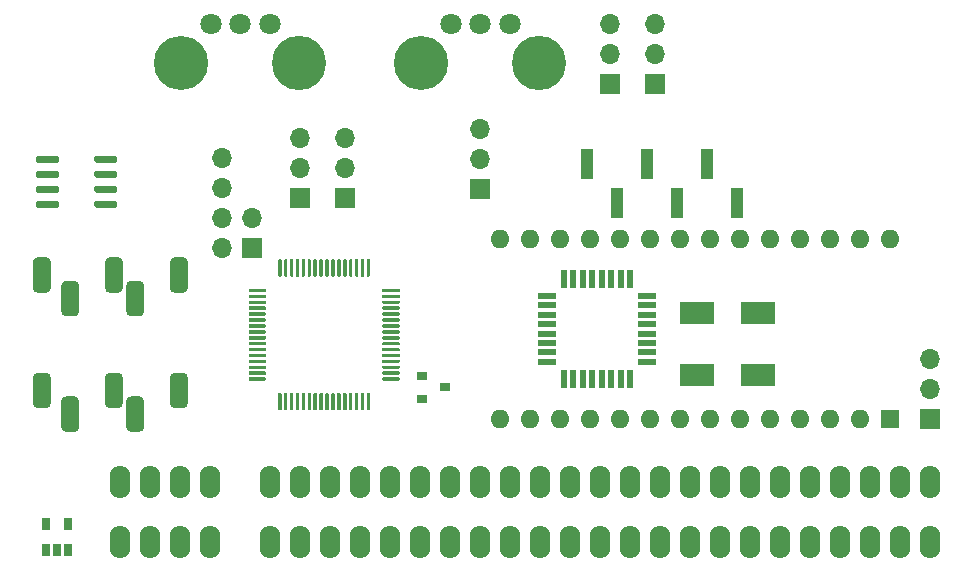
<source format=gbr>
%TF.GenerationSoftware,KiCad,Pcbnew,(5.1.9)-1*%
%TF.CreationDate,2021-06-11T01:10:32-04:00*%
%TF.ProjectId,ZXSwinSID,5a585377-696e-4534-9944-2e6b69636164,rev?*%
%TF.SameCoordinates,Original*%
%TF.FileFunction,Soldermask,Top*%
%TF.FilePolarity,Negative*%
%FSLAX46Y46*%
G04 Gerber Fmt 4.6, Leading zero omitted, Abs format (unit mm)*
G04 Created by KiCad (PCBNEW (5.1.9)-1) date 2021-06-11 01:10:32*
%MOMM*%
%LPD*%
G01*
G04 APERTURE LIST*
%ADD10O,1.727200X2.800000*%
%ADD11R,1.600000X0.550000*%
%ADD12R,0.550000X1.600000*%
%ADD13R,1.700000X1.700000*%
%ADD14O,1.700000X1.700000*%
%ADD15R,1.000000X2.510000*%
%ADD16C,1.800000*%
%ADD17C,4.600000*%
%ADD18O,4.600000X4.600000*%
%ADD19R,1.600000X1.600000*%
%ADD20O,1.600000X1.600000*%
%ADD21R,0.650000X1.060000*%
%ADD22R,0.900000X0.800000*%
%ADD23R,3.000000X1.980000*%
G04 APERTURE END LIST*
%TO.C,J4*%
G36*
G01*
X67678400Y-101005000D02*
X68428400Y-101005000D01*
G75*
G02*
X68803400Y-101380000I0J-375000D01*
G01*
X68803400Y-103630000D01*
G75*
G02*
X68428400Y-104005000I-375000J0D01*
G01*
X67678400Y-104005000D01*
G75*
G02*
X67303400Y-103630000I0J375000D01*
G01*
X67303400Y-101380000D01*
G75*
G02*
X67678400Y-101005000I375000J0D01*
G01*
G37*
G36*
G01*
X73178400Y-101005000D02*
X73928400Y-101005000D01*
G75*
G02*
X74303400Y-101380000I0J-375000D01*
G01*
X74303400Y-103630000D01*
G75*
G02*
X73928400Y-104005000I-375000J0D01*
G01*
X73178400Y-104005000D01*
G75*
G02*
X72803400Y-103630000I0J375000D01*
G01*
X72803400Y-101380000D01*
G75*
G02*
X73178400Y-101005000I375000J0D01*
G01*
G37*
G36*
G01*
X69478400Y-103005000D02*
X70228400Y-103005000D01*
G75*
G02*
X70603400Y-103380000I0J-375000D01*
G01*
X70603400Y-105630000D01*
G75*
G02*
X70228400Y-106005000I-375000J0D01*
G01*
X69478400Y-106005000D01*
G75*
G02*
X69103400Y-105630000I0J375000D01*
G01*
X69103400Y-103380000D01*
G75*
G02*
X69478400Y-103005000I375000J0D01*
G01*
G37*
G36*
G01*
X63978400Y-103005000D02*
X64728400Y-103005000D01*
G75*
G02*
X65103400Y-103380000I0J-375000D01*
G01*
X65103400Y-105630000D01*
G75*
G02*
X64728400Y-106005000I-375000J0D01*
G01*
X63978400Y-106005000D01*
G75*
G02*
X63603400Y-105630000I0J375000D01*
G01*
X63603400Y-103380000D01*
G75*
G02*
X63978400Y-103005000I375000J0D01*
G01*
G37*
G36*
G01*
X61578400Y-101005000D02*
X62328400Y-101005000D01*
G75*
G02*
X62703400Y-101380000I0J-375000D01*
G01*
X62703400Y-103630000D01*
G75*
G02*
X62328400Y-104005000I-375000J0D01*
G01*
X61578400Y-104005000D01*
G75*
G02*
X61203400Y-103630000I0J375000D01*
G01*
X61203400Y-101380000D01*
G75*
G02*
X61578400Y-101005000I375000J0D01*
G01*
G37*
%TD*%
D10*
%TO.C,J2*%
X137160000Y-125095000D03*
X134620000Y-125095000D03*
X132080000Y-125095000D03*
X129540000Y-125095000D03*
X127000000Y-125095000D03*
X124460000Y-125095000D03*
X121920000Y-125095000D03*
X119380000Y-125095000D03*
X68580000Y-125095000D03*
X71120000Y-125095000D03*
X73660000Y-125095000D03*
X76200000Y-125095000D03*
X81280000Y-125095000D03*
X83820000Y-125095000D03*
X86360000Y-125095000D03*
X88900000Y-125095000D03*
X91440000Y-125095000D03*
X93980000Y-125095000D03*
X96520000Y-125095000D03*
X99060000Y-125095000D03*
X101600000Y-125095000D03*
X104140000Y-125095000D03*
X106680000Y-125095000D03*
X109220000Y-125095000D03*
X111760000Y-125095000D03*
X114300000Y-125095000D03*
X116840000Y-125095000D03*
X137160000Y-120015000D03*
X134620000Y-120015000D03*
X132080000Y-120015000D03*
X129540000Y-120015000D03*
X127000000Y-120015000D03*
X124460000Y-120015000D03*
X121920000Y-120015000D03*
X119380000Y-120015000D03*
X68580000Y-120015000D03*
X71120000Y-120015000D03*
X73660000Y-120015000D03*
X76200000Y-120015000D03*
X81280000Y-120015000D03*
X83820000Y-120015000D03*
X86360000Y-120015000D03*
X88900000Y-120015000D03*
X91440000Y-120015000D03*
X93980000Y-120015000D03*
X96520000Y-120015000D03*
X99060000Y-120015000D03*
X101600000Y-120015000D03*
X104140000Y-120015000D03*
X106680000Y-120015000D03*
X109220000Y-120015000D03*
X111760000Y-120015000D03*
X114300000Y-120015000D03*
X116840000Y-120015000D03*
%TD*%
D11*
%TO.C,U1*%
X113216000Y-109861000D03*
X113216000Y-109061000D03*
X113216000Y-108261000D03*
X113216000Y-107461000D03*
X113216000Y-106661000D03*
X113216000Y-105861000D03*
X113216000Y-105061000D03*
X113216000Y-104261000D03*
D12*
X111766000Y-102811000D03*
X110966000Y-102811000D03*
X110166000Y-102811000D03*
X109366000Y-102811000D03*
X108566000Y-102811000D03*
X107766000Y-102811000D03*
X106966000Y-102811000D03*
X106166000Y-102811000D03*
D11*
X104716000Y-104261000D03*
X104716000Y-105061000D03*
X104716000Y-105861000D03*
X104716000Y-106661000D03*
X104716000Y-107461000D03*
X104716000Y-108261000D03*
X104716000Y-109061000D03*
X104716000Y-109861000D03*
D12*
X106166000Y-111311000D03*
X106966000Y-111311000D03*
X107766000Y-111311000D03*
X108566000Y-111311000D03*
X109366000Y-111311000D03*
X110166000Y-111311000D03*
X110966000Y-111311000D03*
X111766000Y-111311000D03*
%TD*%
%TO.C,U3*%
G36*
G01*
X92252000Y-111244000D02*
X92252000Y-111394000D01*
G75*
G02*
X92177000Y-111469000I-75000J0D01*
G01*
X90852000Y-111469000D01*
G75*
G02*
X90777000Y-111394000I0J75000D01*
G01*
X90777000Y-111244000D01*
G75*
G02*
X90852000Y-111169000I75000J0D01*
G01*
X92177000Y-111169000D01*
G75*
G02*
X92252000Y-111244000I0J-75000D01*
G01*
G37*
G36*
G01*
X92252000Y-110744000D02*
X92252000Y-110894000D01*
G75*
G02*
X92177000Y-110969000I-75000J0D01*
G01*
X90852000Y-110969000D01*
G75*
G02*
X90777000Y-110894000I0J75000D01*
G01*
X90777000Y-110744000D01*
G75*
G02*
X90852000Y-110669000I75000J0D01*
G01*
X92177000Y-110669000D01*
G75*
G02*
X92252000Y-110744000I0J-75000D01*
G01*
G37*
G36*
G01*
X92252000Y-110244000D02*
X92252000Y-110394000D01*
G75*
G02*
X92177000Y-110469000I-75000J0D01*
G01*
X90852000Y-110469000D01*
G75*
G02*
X90777000Y-110394000I0J75000D01*
G01*
X90777000Y-110244000D01*
G75*
G02*
X90852000Y-110169000I75000J0D01*
G01*
X92177000Y-110169000D01*
G75*
G02*
X92252000Y-110244000I0J-75000D01*
G01*
G37*
G36*
G01*
X92252000Y-109744000D02*
X92252000Y-109894000D01*
G75*
G02*
X92177000Y-109969000I-75000J0D01*
G01*
X90852000Y-109969000D01*
G75*
G02*
X90777000Y-109894000I0J75000D01*
G01*
X90777000Y-109744000D01*
G75*
G02*
X90852000Y-109669000I75000J0D01*
G01*
X92177000Y-109669000D01*
G75*
G02*
X92252000Y-109744000I0J-75000D01*
G01*
G37*
G36*
G01*
X92252000Y-109244000D02*
X92252000Y-109394000D01*
G75*
G02*
X92177000Y-109469000I-75000J0D01*
G01*
X90852000Y-109469000D01*
G75*
G02*
X90777000Y-109394000I0J75000D01*
G01*
X90777000Y-109244000D01*
G75*
G02*
X90852000Y-109169000I75000J0D01*
G01*
X92177000Y-109169000D01*
G75*
G02*
X92252000Y-109244000I0J-75000D01*
G01*
G37*
G36*
G01*
X92252000Y-108744000D02*
X92252000Y-108894000D01*
G75*
G02*
X92177000Y-108969000I-75000J0D01*
G01*
X90852000Y-108969000D01*
G75*
G02*
X90777000Y-108894000I0J75000D01*
G01*
X90777000Y-108744000D01*
G75*
G02*
X90852000Y-108669000I75000J0D01*
G01*
X92177000Y-108669000D01*
G75*
G02*
X92252000Y-108744000I0J-75000D01*
G01*
G37*
G36*
G01*
X92252000Y-108244000D02*
X92252000Y-108394000D01*
G75*
G02*
X92177000Y-108469000I-75000J0D01*
G01*
X90852000Y-108469000D01*
G75*
G02*
X90777000Y-108394000I0J75000D01*
G01*
X90777000Y-108244000D01*
G75*
G02*
X90852000Y-108169000I75000J0D01*
G01*
X92177000Y-108169000D01*
G75*
G02*
X92252000Y-108244000I0J-75000D01*
G01*
G37*
G36*
G01*
X92252000Y-107744000D02*
X92252000Y-107894000D01*
G75*
G02*
X92177000Y-107969000I-75000J0D01*
G01*
X90852000Y-107969000D01*
G75*
G02*
X90777000Y-107894000I0J75000D01*
G01*
X90777000Y-107744000D01*
G75*
G02*
X90852000Y-107669000I75000J0D01*
G01*
X92177000Y-107669000D01*
G75*
G02*
X92252000Y-107744000I0J-75000D01*
G01*
G37*
G36*
G01*
X92252000Y-107244000D02*
X92252000Y-107394000D01*
G75*
G02*
X92177000Y-107469000I-75000J0D01*
G01*
X90852000Y-107469000D01*
G75*
G02*
X90777000Y-107394000I0J75000D01*
G01*
X90777000Y-107244000D01*
G75*
G02*
X90852000Y-107169000I75000J0D01*
G01*
X92177000Y-107169000D01*
G75*
G02*
X92252000Y-107244000I0J-75000D01*
G01*
G37*
G36*
G01*
X92252000Y-106744000D02*
X92252000Y-106894000D01*
G75*
G02*
X92177000Y-106969000I-75000J0D01*
G01*
X90852000Y-106969000D01*
G75*
G02*
X90777000Y-106894000I0J75000D01*
G01*
X90777000Y-106744000D01*
G75*
G02*
X90852000Y-106669000I75000J0D01*
G01*
X92177000Y-106669000D01*
G75*
G02*
X92252000Y-106744000I0J-75000D01*
G01*
G37*
G36*
G01*
X92252000Y-106244000D02*
X92252000Y-106394000D01*
G75*
G02*
X92177000Y-106469000I-75000J0D01*
G01*
X90852000Y-106469000D01*
G75*
G02*
X90777000Y-106394000I0J75000D01*
G01*
X90777000Y-106244000D01*
G75*
G02*
X90852000Y-106169000I75000J0D01*
G01*
X92177000Y-106169000D01*
G75*
G02*
X92252000Y-106244000I0J-75000D01*
G01*
G37*
G36*
G01*
X92252000Y-105744000D02*
X92252000Y-105894000D01*
G75*
G02*
X92177000Y-105969000I-75000J0D01*
G01*
X90852000Y-105969000D01*
G75*
G02*
X90777000Y-105894000I0J75000D01*
G01*
X90777000Y-105744000D01*
G75*
G02*
X90852000Y-105669000I75000J0D01*
G01*
X92177000Y-105669000D01*
G75*
G02*
X92252000Y-105744000I0J-75000D01*
G01*
G37*
G36*
G01*
X92252000Y-105244000D02*
X92252000Y-105394000D01*
G75*
G02*
X92177000Y-105469000I-75000J0D01*
G01*
X90852000Y-105469000D01*
G75*
G02*
X90777000Y-105394000I0J75000D01*
G01*
X90777000Y-105244000D01*
G75*
G02*
X90852000Y-105169000I75000J0D01*
G01*
X92177000Y-105169000D01*
G75*
G02*
X92252000Y-105244000I0J-75000D01*
G01*
G37*
G36*
G01*
X92252000Y-104744000D02*
X92252000Y-104894000D01*
G75*
G02*
X92177000Y-104969000I-75000J0D01*
G01*
X90852000Y-104969000D01*
G75*
G02*
X90777000Y-104894000I0J75000D01*
G01*
X90777000Y-104744000D01*
G75*
G02*
X90852000Y-104669000I75000J0D01*
G01*
X92177000Y-104669000D01*
G75*
G02*
X92252000Y-104744000I0J-75000D01*
G01*
G37*
G36*
G01*
X92252000Y-104244000D02*
X92252000Y-104394000D01*
G75*
G02*
X92177000Y-104469000I-75000J0D01*
G01*
X90852000Y-104469000D01*
G75*
G02*
X90777000Y-104394000I0J75000D01*
G01*
X90777000Y-104244000D01*
G75*
G02*
X90852000Y-104169000I75000J0D01*
G01*
X92177000Y-104169000D01*
G75*
G02*
X92252000Y-104244000I0J-75000D01*
G01*
G37*
G36*
G01*
X92252000Y-103744000D02*
X92252000Y-103894000D01*
G75*
G02*
X92177000Y-103969000I-75000J0D01*
G01*
X90852000Y-103969000D01*
G75*
G02*
X90777000Y-103894000I0J75000D01*
G01*
X90777000Y-103744000D01*
G75*
G02*
X90852000Y-103669000I75000J0D01*
G01*
X92177000Y-103669000D01*
G75*
G02*
X92252000Y-103744000I0J-75000D01*
G01*
G37*
G36*
G01*
X89752000Y-101244000D02*
X89752000Y-102569000D01*
G75*
G02*
X89677000Y-102644000I-75000J0D01*
G01*
X89527000Y-102644000D01*
G75*
G02*
X89452000Y-102569000I0J75000D01*
G01*
X89452000Y-101244000D01*
G75*
G02*
X89527000Y-101169000I75000J0D01*
G01*
X89677000Y-101169000D01*
G75*
G02*
X89752000Y-101244000I0J-75000D01*
G01*
G37*
G36*
G01*
X89252000Y-101244000D02*
X89252000Y-102569000D01*
G75*
G02*
X89177000Y-102644000I-75000J0D01*
G01*
X89027000Y-102644000D01*
G75*
G02*
X88952000Y-102569000I0J75000D01*
G01*
X88952000Y-101244000D01*
G75*
G02*
X89027000Y-101169000I75000J0D01*
G01*
X89177000Y-101169000D01*
G75*
G02*
X89252000Y-101244000I0J-75000D01*
G01*
G37*
G36*
G01*
X88752000Y-101244000D02*
X88752000Y-102569000D01*
G75*
G02*
X88677000Y-102644000I-75000J0D01*
G01*
X88527000Y-102644000D01*
G75*
G02*
X88452000Y-102569000I0J75000D01*
G01*
X88452000Y-101244000D01*
G75*
G02*
X88527000Y-101169000I75000J0D01*
G01*
X88677000Y-101169000D01*
G75*
G02*
X88752000Y-101244000I0J-75000D01*
G01*
G37*
G36*
G01*
X88252000Y-101244000D02*
X88252000Y-102569000D01*
G75*
G02*
X88177000Y-102644000I-75000J0D01*
G01*
X88027000Y-102644000D01*
G75*
G02*
X87952000Y-102569000I0J75000D01*
G01*
X87952000Y-101244000D01*
G75*
G02*
X88027000Y-101169000I75000J0D01*
G01*
X88177000Y-101169000D01*
G75*
G02*
X88252000Y-101244000I0J-75000D01*
G01*
G37*
G36*
G01*
X87752000Y-101244000D02*
X87752000Y-102569000D01*
G75*
G02*
X87677000Y-102644000I-75000J0D01*
G01*
X87527000Y-102644000D01*
G75*
G02*
X87452000Y-102569000I0J75000D01*
G01*
X87452000Y-101244000D01*
G75*
G02*
X87527000Y-101169000I75000J0D01*
G01*
X87677000Y-101169000D01*
G75*
G02*
X87752000Y-101244000I0J-75000D01*
G01*
G37*
G36*
G01*
X87252000Y-101244000D02*
X87252000Y-102569000D01*
G75*
G02*
X87177000Y-102644000I-75000J0D01*
G01*
X87027000Y-102644000D01*
G75*
G02*
X86952000Y-102569000I0J75000D01*
G01*
X86952000Y-101244000D01*
G75*
G02*
X87027000Y-101169000I75000J0D01*
G01*
X87177000Y-101169000D01*
G75*
G02*
X87252000Y-101244000I0J-75000D01*
G01*
G37*
G36*
G01*
X86752000Y-101244000D02*
X86752000Y-102569000D01*
G75*
G02*
X86677000Y-102644000I-75000J0D01*
G01*
X86527000Y-102644000D01*
G75*
G02*
X86452000Y-102569000I0J75000D01*
G01*
X86452000Y-101244000D01*
G75*
G02*
X86527000Y-101169000I75000J0D01*
G01*
X86677000Y-101169000D01*
G75*
G02*
X86752000Y-101244000I0J-75000D01*
G01*
G37*
G36*
G01*
X86252000Y-101244000D02*
X86252000Y-102569000D01*
G75*
G02*
X86177000Y-102644000I-75000J0D01*
G01*
X86027000Y-102644000D01*
G75*
G02*
X85952000Y-102569000I0J75000D01*
G01*
X85952000Y-101244000D01*
G75*
G02*
X86027000Y-101169000I75000J0D01*
G01*
X86177000Y-101169000D01*
G75*
G02*
X86252000Y-101244000I0J-75000D01*
G01*
G37*
G36*
G01*
X85752000Y-101244000D02*
X85752000Y-102569000D01*
G75*
G02*
X85677000Y-102644000I-75000J0D01*
G01*
X85527000Y-102644000D01*
G75*
G02*
X85452000Y-102569000I0J75000D01*
G01*
X85452000Y-101244000D01*
G75*
G02*
X85527000Y-101169000I75000J0D01*
G01*
X85677000Y-101169000D01*
G75*
G02*
X85752000Y-101244000I0J-75000D01*
G01*
G37*
G36*
G01*
X85252000Y-101244000D02*
X85252000Y-102569000D01*
G75*
G02*
X85177000Y-102644000I-75000J0D01*
G01*
X85027000Y-102644000D01*
G75*
G02*
X84952000Y-102569000I0J75000D01*
G01*
X84952000Y-101244000D01*
G75*
G02*
X85027000Y-101169000I75000J0D01*
G01*
X85177000Y-101169000D01*
G75*
G02*
X85252000Y-101244000I0J-75000D01*
G01*
G37*
G36*
G01*
X84752000Y-101244000D02*
X84752000Y-102569000D01*
G75*
G02*
X84677000Y-102644000I-75000J0D01*
G01*
X84527000Y-102644000D01*
G75*
G02*
X84452000Y-102569000I0J75000D01*
G01*
X84452000Y-101244000D01*
G75*
G02*
X84527000Y-101169000I75000J0D01*
G01*
X84677000Y-101169000D01*
G75*
G02*
X84752000Y-101244000I0J-75000D01*
G01*
G37*
G36*
G01*
X84252000Y-101244000D02*
X84252000Y-102569000D01*
G75*
G02*
X84177000Y-102644000I-75000J0D01*
G01*
X84027000Y-102644000D01*
G75*
G02*
X83952000Y-102569000I0J75000D01*
G01*
X83952000Y-101244000D01*
G75*
G02*
X84027000Y-101169000I75000J0D01*
G01*
X84177000Y-101169000D01*
G75*
G02*
X84252000Y-101244000I0J-75000D01*
G01*
G37*
G36*
G01*
X83752000Y-101244000D02*
X83752000Y-102569000D01*
G75*
G02*
X83677000Y-102644000I-75000J0D01*
G01*
X83527000Y-102644000D01*
G75*
G02*
X83452000Y-102569000I0J75000D01*
G01*
X83452000Y-101244000D01*
G75*
G02*
X83527000Y-101169000I75000J0D01*
G01*
X83677000Y-101169000D01*
G75*
G02*
X83752000Y-101244000I0J-75000D01*
G01*
G37*
G36*
G01*
X83252000Y-101244000D02*
X83252000Y-102569000D01*
G75*
G02*
X83177000Y-102644000I-75000J0D01*
G01*
X83027000Y-102644000D01*
G75*
G02*
X82952000Y-102569000I0J75000D01*
G01*
X82952000Y-101244000D01*
G75*
G02*
X83027000Y-101169000I75000J0D01*
G01*
X83177000Y-101169000D01*
G75*
G02*
X83252000Y-101244000I0J-75000D01*
G01*
G37*
G36*
G01*
X82752000Y-101244000D02*
X82752000Y-102569000D01*
G75*
G02*
X82677000Y-102644000I-75000J0D01*
G01*
X82527000Y-102644000D01*
G75*
G02*
X82452000Y-102569000I0J75000D01*
G01*
X82452000Y-101244000D01*
G75*
G02*
X82527000Y-101169000I75000J0D01*
G01*
X82677000Y-101169000D01*
G75*
G02*
X82752000Y-101244000I0J-75000D01*
G01*
G37*
G36*
G01*
X82252000Y-101244000D02*
X82252000Y-102569000D01*
G75*
G02*
X82177000Y-102644000I-75000J0D01*
G01*
X82027000Y-102644000D01*
G75*
G02*
X81952000Y-102569000I0J75000D01*
G01*
X81952000Y-101244000D01*
G75*
G02*
X82027000Y-101169000I75000J0D01*
G01*
X82177000Y-101169000D01*
G75*
G02*
X82252000Y-101244000I0J-75000D01*
G01*
G37*
G36*
G01*
X80927000Y-103744000D02*
X80927000Y-103894000D01*
G75*
G02*
X80852000Y-103969000I-75000J0D01*
G01*
X79527000Y-103969000D01*
G75*
G02*
X79452000Y-103894000I0J75000D01*
G01*
X79452000Y-103744000D01*
G75*
G02*
X79527000Y-103669000I75000J0D01*
G01*
X80852000Y-103669000D01*
G75*
G02*
X80927000Y-103744000I0J-75000D01*
G01*
G37*
G36*
G01*
X80927000Y-104244000D02*
X80927000Y-104394000D01*
G75*
G02*
X80852000Y-104469000I-75000J0D01*
G01*
X79527000Y-104469000D01*
G75*
G02*
X79452000Y-104394000I0J75000D01*
G01*
X79452000Y-104244000D01*
G75*
G02*
X79527000Y-104169000I75000J0D01*
G01*
X80852000Y-104169000D01*
G75*
G02*
X80927000Y-104244000I0J-75000D01*
G01*
G37*
G36*
G01*
X80927000Y-104744000D02*
X80927000Y-104894000D01*
G75*
G02*
X80852000Y-104969000I-75000J0D01*
G01*
X79527000Y-104969000D01*
G75*
G02*
X79452000Y-104894000I0J75000D01*
G01*
X79452000Y-104744000D01*
G75*
G02*
X79527000Y-104669000I75000J0D01*
G01*
X80852000Y-104669000D01*
G75*
G02*
X80927000Y-104744000I0J-75000D01*
G01*
G37*
G36*
G01*
X80927000Y-105244000D02*
X80927000Y-105394000D01*
G75*
G02*
X80852000Y-105469000I-75000J0D01*
G01*
X79527000Y-105469000D01*
G75*
G02*
X79452000Y-105394000I0J75000D01*
G01*
X79452000Y-105244000D01*
G75*
G02*
X79527000Y-105169000I75000J0D01*
G01*
X80852000Y-105169000D01*
G75*
G02*
X80927000Y-105244000I0J-75000D01*
G01*
G37*
G36*
G01*
X80927000Y-105744000D02*
X80927000Y-105894000D01*
G75*
G02*
X80852000Y-105969000I-75000J0D01*
G01*
X79527000Y-105969000D01*
G75*
G02*
X79452000Y-105894000I0J75000D01*
G01*
X79452000Y-105744000D01*
G75*
G02*
X79527000Y-105669000I75000J0D01*
G01*
X80852000Y-105669000D01*
G75*
G02*
X80927000Y-105744000I0J-75000D01*
G01*
G37*
G36*
G01*
X80927000Y-106244000D02*
X80927000Y-106394000D01*
G75*
G02*
X80852000Y-106469000I-75000J0D01*
G01*
X79527000Y-106469000D01*
G75*
G02*
X79452000Y-106394000I0J75000D01*
G01*
X79452000Y-106244000D01*
G75*
G02*
X79527000Y-106169000I75000J0D01*
G01*
X80852000Y-106169000D01*
G75*
G02*
X80927000Y-106244000I0J-75000D01*
G01*
G37*
G36*
G01*
X80927000Y-106744000D02*
X80927000Y-106894000D01*
G75*
G02*
X80852000Y-106969000I-75000J0D01*
G01*
X79527000Y-106969000D01*
G75*
G02*
X79452000Y-106894000I0J75000D01*
G01*
X79452000Y-106744000D01*
G75*
G02*
X79527000Y-106669000I75000J0D01*
G01*
X80852000Y-106669000D01*
G75*
G02*
X80927000Y-106744000I0J-75000D01*
G01*
G37*
G36*
G01*
X80927000Y-107244000D02*
X80927000Y-107394000D01*
G75*
G02*
X80852000Y-107469000I-75000J0D01*
G01*
X79527000Y-107469000D01*
G75*
G02*
X79452000Y-107394000I0J75000D01*
G01*
X79452000Y-107244000D01*
G75*
G02*
X79527000Y-107169000I75000J0D01*
G01*
X80852000Y-107169000D01*
G75*
G02*
X80927000Y-107244000I0J-75000D01*
G01*
G37*
G36*
G01*
X80927000Y-107744000D02*
X80927000Y-107894000D01*
G75*
G02*
X80852000Y-107969000I-75000J0D01*
G01*
X79527000Y-107969000D01*
G75*
G02*
X79452000Y-107894000I0J75000D01*
G01*
X79452000Y-107744000D01*
G75*
G02*
X79527000Y-107669000I75000J0D01*
G01*
X80852000Y-107669000D01*
G75*
G02*
X80927000Y-107744000I0J-75000D01*
G01*
G37*
G36*
G01*
X80927000Y-108244000D02*
X80927000Y-108394000D01*
G75*
G02*
X80852000Y-108469000I-75000J0D01*
G01*
X79527000Y-108469000D01*
G75*
G02*
X79452000Y-108394000I0J75000D01*
G01*
X79452000Y-108244000D01*
G75*
G02*
X79527000Y-108169000I75000J0D01*
G01*
X80852000Y-108169000D01*
G75*
G02*
X80927000Y-108244000I0J-75000D01*
G01*
G37*
G36*
G01*
X80927000Y-108744000D02*
X80927000Y-108894000D01*
G75*
G02*
X80852000Y-108969000I-75000J0D01*
G01*
X79527000Y-108969000D01*
G75*
G02*
X79452000Y-108894000I0J75000D01*
G01*
X79452000Y-108744000D01*
G75*
G02*
X79527000Y-108669000I75000J0D01*
G01*
X80852000Y-108669000D01*
G75*
G02*
X80927000Y-108744000I0J-75000D01*
G01*
G37*
G36*
G01*
X80927000Y-109244000D02*
X80927000Y-109394000D01*
G75*
G02*
X80852000Y-109469000I-75000J0D01*
G01*
X79527000Y-109469000D01*
G75*
G02*
X79452000Y-109394000I0J75000D01*
G01*
X79452000Y-109244000D01*
G75*
G02*
X79527000Y-109169000I75000J0D01*
G01*
X80852000Y-109169000D01*
G75*
G02*
X80927000Y-109244000I0J-75000D01*
G01*
G37*
G36*
G01*
X80927000Y-109744000D02*
X80927000Y-109894000D01*
G75*
G02*
X80852000Y-109969000I-75000J0D01*
G01*
X79527000Y-109969000D01*
G75*
G02*
X79452000Y-109894000I0J75000D01*
G01*
X79452000Y-109744000D01*
G75*
G02*
X79527000Y-109669000I75000J0D01*
G01*
X80852000Y-109669000D01*
G75*
G02*
X80927000Y-109744000I0J-75000D01*
G01*
G37*
G36*
G01*
X80927000Y-110244000D02*
X80927000Y-110394000D01*
G75*
G02*
X80852000Y-110469000I-75000J0D01*
G01*
X79527000Y-110469000D01*
G75*
G02*
X79452000Y-110394000I0J75000D01*
G01*
X79452000Y-110244000D01*
G75*
G02*
X79527000Y-110169000I75000J0D01*
G01*
X80852000Y-110169000D01*
G75*
G02*
X80927000Y-110244000I0J-75000D01*
G01*
G37*
G36*
G01*
X80927000Y-110744000D02*
X80927000Y-110894000D01*
G75*
G02*
X80852000Y-110969000I-75000J0D01*
G01*
X79527000Y-110969000D01*
G75*
G02*
X79452000Y-110894000I0J75000D01*
G01*
X79452000Y-110744000D01*
G75*
G02*
X79527000Y-110669000I75000J0D01*
G01*
X80852000Y-110669000D01*
G75*
G02*
X80927000Y-110744000I0J-75000D01*
G01*
G37*
G36*
G01*
X80927000Y-111244000D02*
X80927000Y-111394000D01*
G75*
G02*
X80852000Y-111469000I-75000J0D01*
G01*
X79527000Y-111469000D01*
G75*
G02*
X79452000Y-111394000I0J75000D01*
G01*
X79452000Y-111244000D01*
G75*
G02*
X79527000Y-111169000I75000J0D01*
G01*
X80852000Y-111169000D01*
G75*
G02*
X80927000Y-111244000I0J-75000D01*
G01*
G37*
G36*
G01*
X82252000Y-112569000D02*
X82252000Y-113894000D01*
G75*
G02*
X82177000Y-113969000I-75000J0D01*
G01*
X82027000Y-113969000D01*
G75*
G02*
X81952000Y-113894000I0J75000D01*
G01*
X81952000Y-112569000D01*
G75*
G02*
X82027000Y-112494000I75000J0D01*
G01*
X82177000Y-112494000D01*
G75*
G02*
X82252000Y-112569000I0J-75000D01*
G01*
G37*
G36*
G01*
X82752000Y-112569000D02*
X82752000Y-113894000D01*
G75*
G02*
X82677000Y-113969000I-75000J0D01*
G01*
X82527000Y-113969000D01*
G75*
G02*
X82452000Y-113894000I0J75000D01*
G01*
X82452000Y-112569000D01*
G75*
G02*
X82527000Y-112494000I75000J0D01*
G01*
X82677000Y-112494000D01*
G75*
G02*
X82752000Y-112569000I0J-75000D01*
G01*
G37*
G36*
G01*
X83252000Y-112569000D02*
X83252000Y-113894000D01*
G75*
G02*
X83177000Y-113969000I-75000J0D01*
G01*
X83027000Y-113969000D01*
G75*
G02*
X82952000Y-113894000I0J75000D01*
G01*
X82952000Y-112569000D01*
G75*
G02*
X83027000Y-112494000I75000J0D01*
G01*
X83177000Y-112494000D01*
G75*
G02*
X83252000Y-112569000I0J-75000D01*
G01*
G37*
G36*
G01*
X83752000Y-112569000D02*
X83752000Y-113894000D01*
G75*
G02*
X83677000Y-113969000I-75000J0D01*
G01*
X83527000Y-113969000D01*
G75*
G02*
X83452000Y-113894000I0J75000D01*
G01*
X83452000Y-112569000D01*
G75*
G02*
X83527000Y-112494000I75000J0D01*
G01*
X83677000Y-112494000D01*
G75*
G02*
X83752000Y-112569000I0J-75000D01*
G01*
G37*
G36*
G01*
X84252000Y-112569000D02*
X84252000Y-113894000D01*
G75*
G02*
X84177000Y-113969000I-75000J0D01*
G01*
X84027000Y-113969000D01*
G75*
G02*
X83952000Y-113894000I0J75000D01*
G01*
X83952000Y-112569000D01*
G75*
G02*
X84027000Y-112494000I75000J0D01*
G01*
X84177000Y-112494000D01*
G75*
G02*
X84252000Y-112569000I0J-75000D01*
G01*
G37*
G36*
G01*
X84752000Y-112569000D02*
X84752000Y-113894000D01*
G75*
G02*
X84677000Y-113969000I-75000J0D01*
G01*
X84527000Y-113969000D01*
G75*
G02*
X84452000Y-113894000I0J75000D01*
G01*
X84452000Y-112569000D01*
G75*
G02*
X84527000Y-112494000I75000J0D01*
G01*
X84677000Y-112494000D01*
G75*
G02*
X84752000Y-112569000I0J-75000D01*
G01*
G37*
G36*
G01*
X85252000Y-112569000D02*
X85252000Y-113894000D01*
G75*
G02*
X85177000Y-113969000I-75000J0D01*
G01*
X85027000Y-113969000D01*
G75*
G02*
X84952000Y-113894000I0J75000D01*
G01*
X84952000Y-112569000D01*
G75*
G02*
X85027000Y-112494000I75000J0D01*
G01*
X85177000Y-112494000D01*
G75*
G02*
X85252000Y-112569000I0J-75000D01*
G01*
G37*
G36*
G01*
X85752000Y-112569000D02*
X85752000Y-113894000D01*
G75*
G02*
X85677000Y-113969000I-75000J0D01*
G01*
X85527000Y-113969000D01*
G75*
G02*
X85452000Y-113894000I0J75000D01*
G01*
X85452000Y-112569000D01*
G75*
G02*
X85527000Y-112494000I75000J0D01*
G01*
X85677000Y-112494000D01*
G75*
G02*
X85752000Y-112569000I0J-75000D01*
G01*
G37*
G36*
G01*
X86252000Y-112569000D02*
X86252000Y-113894000D01*
G75*
G02*
X86177000Y-113969000I-75000J0D01*
G01*
X86027000Y-113969000D01*
G75*
G02*
X85952000Y-113894000I0J75000D01*
G01*
X85952000Y-112569000D01*
G75*
G02*
X86027000Y-112494000I75000J0D01*
G01*
X86177000Y-112494000D01*
G75*
G02*
X86252000Y-112569000I0J-75000D01*
G01*
G37*
G36*
G01*
X86752000Y-112569000D02*
X86752000Y-113894000D01*
G75*
G02*
X86677000Y-113969000I-75000J0D01*
G01*
X86527000Y-113969000D01*
G75*
G02*
X86452000Y-113894000I0J75000D01*
G01*
X86452000Y-112569000D01*
G75*
G02*
X86527000Y-112494000I75000J0D01*
G01*
X86677000Y-112494000D01*
G75*
G02*
X86752000Y-112569000I0J-75000D01*
G01*
G37*
G36*
G01*
X87252000Y-112569000D02*
X87252000Y-113894000D01*
G75*
G02*
X87177000Y-113969000I-75000J0D01*
G01*
X87027000Y-113969000D01*
G75*
G02*
X86952000Y-113894000I0J75000D01*
G01*
X86952000Y-112569000D01*
G75*
G02*
X87027000Y-112494000I75000J0D01*
G01*
X87177000Y-112494000D01*
G75*
G02*
X87252000Y-112569000I0J-75000D01*
G01*
G37*
G36*
G01*
X87752000Y-112569000D02*
X87752000Y-113894000D01*
G75*
G02*
X87677000Y-113969000I-75000J0D01*
G01*
X87527000Y-113969000D01*
G75*
G02*
X87452000Y-113894000I0J75000D01*
G01*
X87452000Y-112569000D01*
G75*
G02*
X87527000Y-112494000I75000J0D01*
G01*
X87677000Y-112494000D01*
G75*
G02*
X87752000Y-112569000I0J-75000D01*
G01*
G37*
G36*
G01*
X88252000Y-112569000D02*
X88252000Y-113894000D01*
G75*
G02*
X88177000Y-113969000I-75000J0D01*
G01*
X88027000Y-113969000D01*
G75*
G02*
X87952000Y-113894000I0J75000D01*
G01*
X87952000Y-112569000D01*
G75*
G02*
X88027000Y-112494000I75000J0D01*
G01*
X88177000Y-112494000D01*
G75*
G02*
X88252000Y-112569000I0J-75000D01*
G01*
G37*
G36*
G01*
X88752000Y-112569000D02*
X88752000Y-113894000D01*
G75*
G02*
X88677000Y-113969000I-75000J0D01*
G01*
X88527000Y-113969000D01*
G75*
G02*
X88452000Y-113894000I0J75000D01*
G01*
X88452000Y-112569000D01*
G75*
G02*
X88527000Y-112494000I75000J0D01*
G01*
X88677000Y-112494000D01*
G75*
G02*
X88752000Y-112569000I0J-75000D01*
G01*
G37*
G36*
G01*
X89252000Y-112569000D02*
X89252000Y-113894000D01*
G75*
G02*
X89177000Y-113969000I-75000J0D01*
G01*
X89027000Y-113969000D01*
G75*
G02*
X88952000Y-113894000I0J75000D01*
G01*
X88952000Y-112569000D01*
G75*
G02*
X89027000Y-112494000I75000J0D01*
G01*
X89177000Y-112494000D01*
G75*
G02*
X89252000Y-112569000I0J-75000D01*
G01*
G37*
G36*
G01*
X89752000Y-112569000D02*
X89752000Y-113894000D01*
G75*
G02*
X89677000Y-113969000I-75000J0D01*
G01*
X89527000Y-113969000D01*
G75*
G02*
X89452000Y-113894000I0J75000D01*
G01*
X89452000Y-112569000D01*
G75*
G02*
X89527000Y-112494000I75000J0D01*
G01*
X89677000Y-112494000D01*
G75*
G02*
X89752000Y-112569000I0J-75000D01*
G01*
G37*
%TD*%
D13*
%TO.C,J1*%
X79756000Y-100203000D03*
D14*
X77216000Y-100203000D03*
X79756000Y-97663000D03*
X77216000Y-97663000D03*
X77216000Y-95123000D03*
X77216000Y-92583000D03*
%TD*%
%TO.C,J3*%
G36*
G01*
X61578400Y-110784000D02*
X62328400Y-110784000D01*
G75*
G02*
X62703400Y-111159000I0J-375000D01*
G01*
X62703400Y-113409000D01*
G75*
G02*
X62328400Y-113784000I-375000J0D01*
G01*
X61578400Y-113784000D01*
G75*
G02*
X61203400Y-113409000I0J375000D01*
G01*
X61203400Y-111159000D01*
G75*
G02*
X61578400Y-110784000I375000J0D01*
G01*
G37*
G36*
G01*
X63978400Y-112784000D02*
X64728400Y-112784000D01*
G75*
G02*
X65103400Y-113159000I0J-375000D01*
G01*
X65103400Y-115409000D01*
G75*
G02*
X64728400Y-115784000I-375000J0D01*
G01*
X63978400Y-115784000D01*
G75*
G02*
X63603400Y-115409000I0J375000D01*
G01*
X63603400Y-113159000D01*
G75*
G02*
X63978400Y-112784000I375000J0D01*
G01*
G37*
G36*
G01*
X69478400Y-112784000D02*
X70228400Y-112784000D01*
G75*
G02*
X70603400Y-113159000I0J-375000D01*
G01*
X70603400Y-115409000D01*
G75*
G02*
X70228400Y-115784000I-375000J0D01*
G01*
X69478400Y-115784000D01*
G75*
G02*
X69103400Y-115409000I0J375000D01*
G01*
X69103400Y-113159000D01*
G75*
G02*
X69478400Y-112784000I375000J0D01*
G01*
G37*
G36*
G01*
X73178400Y-110784000D02*
X73928400Y-110784000D01*
G75*
G02*
X74303400Y-111159000I0J-375000D01*
G01*
X74303400Y-113409000D01*
G75*
G02*
X73928400Y-113784000I-375000J0D01*
G01*
X73178400Y-113784000D01*
G75*
G02*
X72803400Y-113409000I0J375000D01*
G01*
X72803400Y-111159000D01*
G75*
G02*
X73178400Y-110784000I375000J0D01*
G01*
G37*
G36*
G01*
X67678400Y-110784000D02*
X68428400Y-110784000D01*
G75*
G02*
X68803400Y-111159000I0J-375000D01*
G01*
X68803400Y-113409000D01*
G75*
G02*
X68428400Y-113784000I-375000J0D01*
G01*
X67678400Y-113784000D01*
G75*
G02*
X67303400Y-113409000I0J375000D01*
G01*
X67303400Y-111159000D01*
G75*
G02*
X67678400Y-110784000I375000J0D01*
G01*
G37*
%TD*%
D15*
%TO.C,J6*%
X110617000Y-96397000D03*
X115697000Y-96397000D03*
X120777000Y-96397000D03*
X108077000Y-93087000D03*
X113157000Y-93087000D03*
X118237000Y-93087000D03*
%TD*%
D14*
%TO.C,JP1*%
X87630000Y-90932000D03*
X87630000Y-93472000D03*
D13*
X87630000Y-96012000D03*
%TD*%
%TO.C,JP2*%
X99060000Y-95250000D03*
D14*
X99060000Y-92710000D03*
X99060000Y-90170000D03*
%TD*%
%TO.C,JP3*%
X137160000Y-109601000D03*
X137160000Y-112141000D03*
D13*
X137160000Y-114681000D03*
%TD*%
D14*
%TO.C,JP4*%
X113855500Y-81280000D03*
X113855500Y-83820000D03*
D13*
X113855500Y-86360000D03*
%TD*%
%TO.C,JP5*%
X110045500Y-86360000D03*
D14*
X110045500Y-83820000D03*
X110045500Y-81280000D03*
%TD*%
D13*
%TO.C,JP6*%
X83820000Y-96012000D03*
D14*
X83820000Y-93472000D03*
X83820000Y-90932000D03*
%TD*%
D16*
%TO.C,RV1*%
X101560000Y-81280000D03*
X99060000Y-81280000D03*
X96560000Y-81280000D03*
D17*
X104060000Y-84580000D03*
D18*
X94060000Y-84580000D03*
%TD*%
%TO.C,RV2*%
X73740000Y-84580000D03*
D17*
X83740000Y-84580000D03*
D16*
X76240000Y-81280000D03*
X78740000Y-81280000D03*
X81240000Y-81280000D03*
%TD*%
%TO.C,U2*%
G36*
G01*
X68347000Y-96370000D02*
X68347000Y-96670000D01*
G75*
G02*
X68197000Y-96820000I-150000J0D01*
G01*
X66547000Y-96820000D01*
G75*
G02*
X66397000Y-96670000I0J150000D01*
G01*
X66397000Y-96370000D01*
G75*
G02*
X66547000Y-96220000I150000J0D01*
G01*
X68197000Y-96220000D01*
G75*
G02*
X68347000Y-96370000I0J-150000D01*
G01*
G37*
G36*
G01*
X68347000Y-95100000D02*
X68347000Y-95400000D01*
G75*
G02*
X68197000Y-95550000I-150000J0D01*
G01*
X66547000Y-95550000D01*
G75*
G02*
X66397000Y-95400000I0J150000D01*
G01*
X66397000Y-95100000D01*
G75*
G02*
X66547000Y-94950000I150000J0D01*
G01*
X68197000Y-94950000D01*
G75*
G02*
X68347000Y-95100000I0J-150000D01*
G01*
G37*
G36*
G01*
X68347000Y-93830000D02*
X68347000Y-94130000D01*
G75*
G02*
X68197000Y-94280000I-150000J0D01*
G01*
X66547000Y-94280000D01*
G75*
G02*
X66397000Y-94130000I0J150000D01*
G01*
X66397000Y-93830000D01*
G75*
G02*
X66547000Y-93680000I150000J0D01*
G01*
X68197000Y-93680000D01*
G75*
G02*
X68347000Y-93830000I0J-150000D01*
G01*
G37*
G36*
G01*
X68347000Y-92560000D02*
X68347000Y-92860000D01*
G75*
G02*
X68197000Y-93010000I-150000J0D01*
G01*
X66547000Y-93010000D01*
G75*
G02*
X66397000Y-92860000I0J150000D01*
G01*
X66397000Y-92560000D01*
G75*
G02*
X66547000Y-92410000I150000J0D01*
G01*
X68197000Y-92410000D01*
G75*
G02*
X68347000Y-92560000I0J-150000D01*
G01*
G37*
G36*
G01*
X63397000Y-92560000D02*
X63397000Y-92860000D01*
G75*
G02*
X63247000Y-93010000I-150000J0D01*
G01*
X61597000Y-93010000D01*
G75*
G02*
X61447000Y-92860000I0J150000D01*
G01*
X61447000Y-92560000D01*
G75*
G02*
X61597000Y-92410000I150000J0D01*
G01*
X63247000Y-92410000D01*
G75*
G02*
X63397000Y-92560000I0J-150000D01*
G01*
G37*
G36*
G01*
X63397000Y-93830000D02*
X63397000Y-94130000D01*
G75*
G02*
X63247000Y-94280000I-150000J0D01*
G01*
X61597000Y-94280000D01*
G75*
G02*
X61447000Y-94130000I0J150000D01*
G01*
X61447000Y-93830000D01*
G75*
G02*
X61597000Y-93680000I150000J0D01*
G01*
X63247000Y-93680000D01*
G75*
G02*
X63397000Y-93830000I0J-150000D01*
G01*
G37*
G36*
G01*
X63397000Y-95100000D02*
X63397000Y-95400000D01*
G75*
G02*
X63247000Y-95550000I-150000J0D01*
G01*
X61597000Y-95550000D01*
G75*
G02*
X61447000Y-95400000I0J150000D01*
G01*
X61447000Y-95100000D01*
G75*
G02*
X61597000Y-94950000I150000J0D01*
G01*
X63247000Y-94950000D01*
G75*
G02*
X63397000Y-95100000I0J-150000D01*
G01*
G37*
G36*
G01*
X63397000Y-96370000D02*
X63397000Y-96670000D01*
G75*
G02*
X63247000Y-96820000I-150000J0D01*
G01*
X61597000Y-96820000D01*
G75*
G02*
X61447000Y-96670000I0J150000D01*
G01*
X61447000Y-96370000D01*
G75*
G02*
X61597000Y-96220000I150000J0D01*
G01*
X63247000Y-96220000D01*
G75*
G02*
X63397000Y-96370000I0J-150000D01*
G01*
G37*
%TD*%
D19*
%TO.C,U4*%
X133731000Y-114681000D03*
D20*
X100711000Y-99441000D03*
X131191000Y-114681000D03*
X103251000Y-99441000D03*
X128651000Y-114681000D03*
X105791000Y-99441000D03*
X126111000Y-114681000D03*
X108331000Y-99441000D03*
X123571000Y-114681000D03*
X110871000Y-99441000D03*
X121031000Y-114681000D03*
X113411000Y-99441000D03*
X118491000Y-114681000D03*
X115951000Y-99441000D03*
X115951000Y-114681000D03*
X118491000Y-99441000D03*
X113411000Y-114681000D03*
X121031000Y-99441000D03*
X110871000Y-114681000D03*
X123571000Y-99441000D03*
X108331000Y-114681000D03*
X126111000Y-99441000D03*
X105791000Y-114681000D03*
X128651000Y-99441000D03*
X103251000Y-114681000D03*
X131191000Y-99441000D03*
X100711000Y-114681000D03*
X133731000Y-99441000D03*
%TD*%
D21*
%TO.C,U5*%
X62296000Y-125814000D03*
X63246000Y-125814000D03*
X64196000Y-125814000D03*
X64196000Y-123614000D03*
X62296000Y-123614000D03*
%TD*%
D22*
%TO.C,U6*%
X94123000Y-111064000D03*
X94123000Y-112964000D03*
X96123000Y-112014000D03*
%TD*%
D23*
%TO.C,X1*%
X122615000Y-110961000D03*
X122615000Y-105701000D03*
X117415000Y-105701000D03*
X117415000Y-110961000D03*
%TD*%
M02*

</source>
